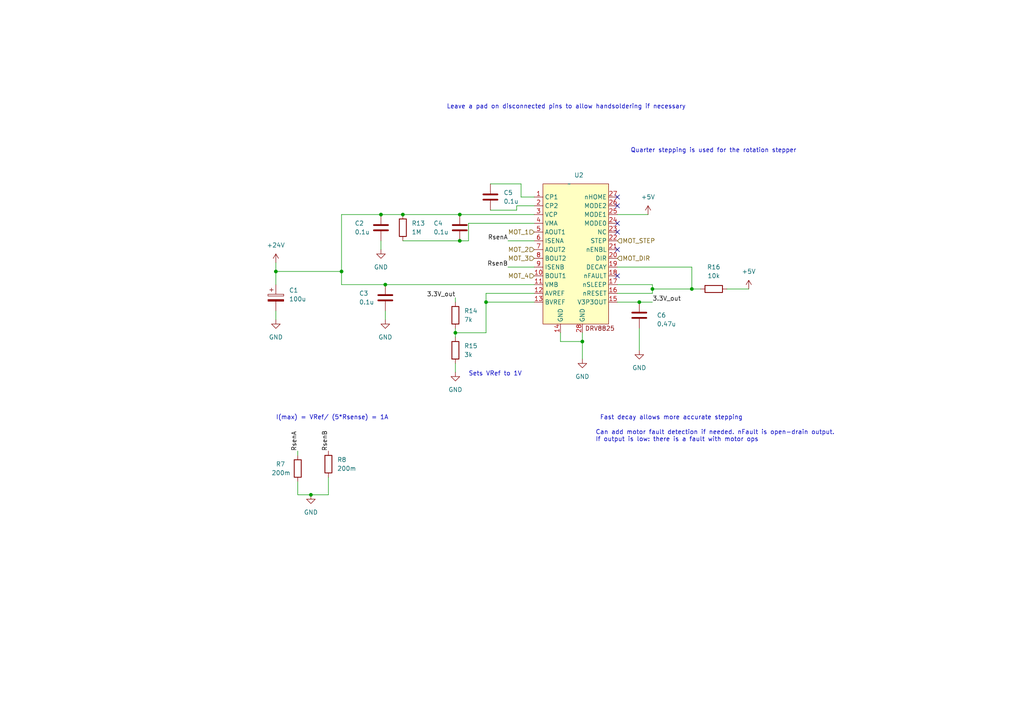
<source format=kicad_sch>
(kicad_sch (version 20230121) (generator eeschema)
  (paper "A4")
  (lib_symbols
    (symbol "DRV8825PWP:DRV8825"
      (property "Reference" "U" (at 0 1.27 0))
      (symbol "DRV8825_1_1"
        (rectangle (start -7.62 0) (end 11.43 -40.64) (fill (type background)))
        (text "DRV8825\n" (at 8.89 -41.91 0) (effects (font (size 1.27 1.27))))
        (pin passive line (at -10.16 -3.81 0) (length 2.54) (name "CP1") (number "1"))
        (pin passive line (at -10.16 -26.67 0) (length 2.54) (name "BOUT1") (number "10"))
        (pin passive line (at -10.16 -29.21 0) (length 2.54) (name "VMB") (number "11"))
        (pin passive line (at -10.16 -31.75 0) (length 2.54) (name "AVREF") (number "12"))
        (pin passive line (at -10.16 -34.29 0) (length 2.54) (name "BVREF") (number "13"))
        (pin power_in line (at -2.54 -43.18 90) (length 2.54) (name "GND") (number "14"))
        (pin power_out line (at 13.97 -34.29 180) (length 2.54) (name "V3P3OUT") (number "15"))
        (pin passive line (at 13.97 -31.75 180) (length 2.54) (name "nRESET") (number "16"))
        (pin passive line (at 13.97 -29.21 180) (length 2.54) (name "nSLEEP") (number "17"))
        (pin passive line (at 13.97 -26.67 180) (length 2.54) (name "nFAULT") (number "18"))
        (pin passive line (at 13.97 -24.13 180) (length 2.54) (name "DECAY") (number "19"))
        (pin passive line (at -10.16 -6.35 0) (length 2.54) (name "CP2") (number "2"))
        (pin passive line (at 13.97 -21.59 180) (length 2.54) (name "DIR") (number "20"))
        (pin passive line (at 13.97 -19.05 180) (length 2.54) (name "nENBL") (number "21"))
        (pin passive line (at 13.97 -16.51 180) (length 2.54) (name "STEP") (number "22"))
        (pin passive line (at 13.97 -13.97 180) (length 2.54) (name "NC") (number "23"))
        (pin passive line (at 13.97 -11.43 180) (length 2.54) (name "MODE0") (number "24"))
        (pin passive line (at 13.97 -8.89 180) (length 2.54) (name "MODE1") (number "25"))
        (pin passive line (at 13.97 -6.35 180) (length 2.54) (name "MODE2") (number "26"))
        (pin passive line (at 13.97 -3.81 180) (length 2.54) (name "nHOME") (number "27"))
        (pin power_in line (at 3.81 -43.18 90) (length 2.54) (name "GND") (number "28"))
        (pin passive line (at -10.16 -8.89 0) (length 2.54) (name "VCP") (number "3"))
        (pin passive line (at -10.16 -11.43 0) (length 2.54) (name "VMA") (number "4"))
        (pin passive line (at -10.16 -13.97 0) (length 2.54) (name "AOUT1") (number "5"))
        (pin passive line (at -10.16 -16.51 0) (length 2.54) (name "ISENA") (number "6"))
        (pin passive line (at -10.16 -19.05 0) (length 2.54) (name "AOUT2") (number "7"))
        (pin passive line (at -10.16 -21.59 0) (length 2.54) (name "BOUT2") (number "8"))
        (pin passive line (at -10.16 -24.13 0) (length 2.54) (name "ISENB") (number "9"))
      )
    )
    (symbol "Device:C" (pin_numbers hide) (pin_names (offset 0.254))
      (property "Reference" "C" (at 0.635 2.54 0))
      (property "Value" "C" (at 0.635 -2.54 0))
      (symbol "C_0_1"
        (polyline (pts (xy -2.032 -0.762) (xy 2.032 -0.762)) (stroke (width 0.508)))
        (polyline (pts (xy -2.032 0.762) (xy 2.032 0.762)) (stroke (width 0.508)))
      )
      (symbol "C_1_1"
        (pin passive line (at 0 3.81 270) (length 2.794) (name "~") (number "1"))
        (pin passive line (at 0 -3.81 90) (length 2.794) (name "~") (number "2"))
      )
    )
    (symbol "Device:C_Polarized" (pin_numbers hide) (pin_names (offset 0.254))
      (property "Reference" "C" (at 0.635 2.54 0))
      (property "Value" "C_Polarized" (at 0.635 -2.54 0))
      (symbol "C_Polarized_0_1"
        (rectangle (start -2.286 0.508) (end 2.286 1.016))
        (polyline (pts (xy -1.778 2.286) (xy -0.762 2.286)))
        (polyline (pts (xy -1.27 2.794) (xy -1.27 1.778)))
        (rectangle (start 2.286 -0.508) (end -2.286 -1.016) (fill (type outline)))
      )
      (symbol "C_Polarized_1_1"
        (pin passive line (at 0 3.81 270) (length 2.794) (name "~") (number "1"))
        (pin passive line (at 0 -3.81 90) (length 2.794) (name "~") (number "2"))
      )
    )
    (symbol "Device:R" (pin_numbers hide) (pin_names (offset 0))
      (property "Reference" "R" (at 2.032 0 90))
      (property "Value" "R" (at 0 0 90))
      (symbol "R_0_1"
        (rectangle (start -1.016 -2.54) (end 1.016 2.54) (stroke (width 0.254)))
      )
      (symbol "R_1_1"
        (pin passive line (at 0 3.81 270) (length 1.27) (name "~") (number "1"))
        (pin passive line (at 0 -3.81 90) (length 1.27) (name "~") (number "2"))
      )
    )
    (symbol "power:+24V" (power) (pin_names (offset 0))
      (property "Value" "+24V" (at 0 3.556 0))
      (symbol "+24V_0_1"
        (polyline (pts (xy -0.762 1.27) (xy 0 2.54)))
        (polyline (pts (xy 0 0) (xy 0 2.54)))
        (polyline (pts (xy 0 2.54) (xy 0.762 1.27)))
      )
      (symbol "+24V_1_1"
        (pin power_in line (at 0 0 90) (length 0) hide (name "+24V") (number "1"))
      )
    )
    (symbol "power:+5V" (power) (pin_names (offset 0))
      (property "Value" "+5V" (at 0 3.556 0))
      (symbol "+5V_0_1"
        (polyline (pts (xy -0.762 1.27) (xy 0 2.54)))
        (polyline (pts (xy 0 0) (xy 0 2.54)))
        (polyline (pts (xy 0 2.54) (xy 0.762 1.27)))
      )
      (symbol "+5V_1_1"
        (pin power_in line (at 0 0 90) (length 0) hide (name "+5V") (number "1"))
      )
    )
    (symbol "power:GND" (power) (pin_names (offset 0))
      (property "Value" "GND" (at 0 -3.81 0))
      (symbol "GND_0_1"
        (polyline (pts (xy 0 0) (xy 0 -1.27) (xy 1.27 -1.27) (xy 0 -2.54) (xy -1.27 -1.27) (xy 0 -1.27)))
      )
      (symbol "GND_1_1"
        (pin power_in line (at 0 0 270) (length 0) hide (name "GND") (number "1"))
      )
    )
  )
  (junction (at 140.97 87.63))
  (junction (at 99.06 78.74))
  (junction (at 189.23 83.82))
  (junction (at 80.01 78.74))
  (junction (at 90.17 143.51))
  (junction (at 116.84 62.23))
  (junction (at 133.35 69.85))
  (junction (at 110.49 62.23))
  (junction (at 132.08 96.52))
  (junction (at 111.76 82.55))
  (junction (at 200.66 83.82))
  (junction (at 133.35 62.23))
  (junction (at 168.91 99.06))
  (junction (at 185.42 87.63))
  (no_connect (at 179.07 59.69))
  (no_connect (at 179.07 80.01))
  (no_connect (at 179.07 64.77))
  (no_connect (at 179.07 72.39))
  (no_connect (at 179.07 67.31))
  (no_connect (at 179.07 57.15))
  (wire (pts (xy 111.76 82.55) (xy 154.94 82.55)))
  (wire (pts (xy 185.42 87.63) (xy 189.23 87.63)))
  (wire (pts (xy 140.97 87.63) (xy 140.97 96.52)))
  (wire (pts (xy 132.08 105.41) (xy 132.08 107.95)))
  (wire (pts (xy 140.97 96.52) (xy 132.08 96.52)))
  (wire (pts (xy 111.76 90.17) (xy 111.76 92.71)))
  (wire (pts (xy 189.23 83.82) (xy 189.23 85.09)))
  (wire (pts (xy 99.06 78.74) (xy 99.06 62.23)))
  (wire (pts (xy 149.86 59.69) (xy 154.94 59.69)))
  (wire (pts (xy 168.91 99.06) (xy 168.91 104.14)))
  (wire (pts (xy 147.32 77.47) (xy 154.94 77.47)))
  (wire (pts (xy 200.66 83.82) (xy 200.66 77.47)))
  (wire (pts (xy 110.49 69.85) (xy 110.49 72.39)))
  (wire (pts (xy 80.01 78.74) (xy 99.06 78.74)))
  (wire (pts (xy 179.07 87.63) (xy 185.42 87.63)))
  (wire (pts (xy 200.66 77.47) (xy 179.07 77.47)))
  (wire (pts (xy 132.08 95.25) (xy 132.08 96.52)))
  (wire (pts (xy 133.35 69.85) (xy 135.89 69.85)))
  (wire (pts (xy 151.13 57.15) (xy 151.13 53.34)))
  (wire (pts (xy 111.76 82.55) (xy 99.06 82.55)))
  (wire (pts (xy 162.56 96.52) (xy 162.56 99.06)))
  (wire (pts (xy 154.94 85.09) (xy 140.97 85.09)))
  (wire (pts (xy 133.35 62.23) (xy 154.94 62.23)))
  (wire (pts (xy 185.42 101.6) (xy 185.42 95.25)))
  (wire (pts (xy 200.66 83.82) (xy 203.2 83.82)))
  (wire (pts (xy 95.25 143.51) (xy 90.17 143.51)))
  (wire (pts (xy 179.07 62.23) (xy 187.96 62.23)))
  (wire (pts (xy 135.89 69.85) (xy 135.89 64.77)))
  (wire (pts (xy 154.94 57.15) (xy 151.13 57.15)))
  (wire (pts (xy 162.56 99.06) (xy 168.91 99.06)))
  (wire (pts (xy 132.08 86.36) (xy 132.08 87.63)))
  (wire (pts (xy 142.24 60.96) (xy 149.86 60.96)))
  (wire (pts (xy 86.36 132.08) (xy 86.36 130.81)))
  (wire (pts (xy 140.97 87.63) (xy 154.94 87.63)))
  (wire (pts (xy 179.07 82.55) (xy 189.23 82.55)))
  (wire (pts (xy 95.25 138.43) (xy 95.25 143.51)))
  (wire (pts (xy 189.23 82.55) (xy 189.23 83.82)))
  (wire (pts (xy 110.49 62.23) (xy 116.84 62.23)))
  (wire (pts (xy 140.97 85.09) (xy 140.97 87.63)))
  (wire (pts (xy 86.36 139.7) (xy 86.36 143.51)))
  (wire (pts (xy 147.32 69.85) (xy 154.94 69.85)))
  (wire (pts (xy 86.36 143.51) (xy 90.17 143.51)))
  (wire (pts (xy 151.13 53.34) (xy 142.24 53.34)))
  (wire (pts (xy 80.01 76.2) (xy 80.01 78.74)))
  (wire (pts (xy 149.86 60.96) (xy 149.86 59.69)))
  (wire (pts (xy 80.01 78.74) (xy 80.01 82.55)))
  (wire (pts (xy 168.91 96.52) (xy 168.91 99.06)))
  (wire (pts (xy 179.07 85.09) (xy 189.23 85.09)))
  (wire (pts (xy 116.84 62.23) (xy 133.35 62.23)))
  (wire (pts (xy 80.01 90.17) (xy 80.01 92.71)))
  (wire (pts (xy 132.08 96.52) (xy 132.08 97.79)))
  (wire (pts (xy 99.06 82.55) (xy 99.06 78.74)))
  (wire (pts (xy 135.89 64.77) (xy 154.94 64.77)))
  (wire (pts (xy 116.84 69.85) (xy 133.35 69.85)))
  (wire (pts (xy 99.06 62.23) (xy 110.49 62.23)))
  (wire (pts (xy 189.23 83.82) (xy 200.66 83.82)))
  (wire (pts (xy 210.82 83.82) (xy 217.17 83.82)))
  (text "Leave a pad on disconnected pins to allow handsoldering if necessary\n" (at 129.54 31.75 0) (effects (font (size 1.27 1.27)) (justify left bottom)))
  (text "Sets VRef to 1V" (at 135.89 109.22 0) (effects (font (size 1.27 1.27)) (justify left bottom)))
  (text "Fast decay allows more accurate stepping" (at 173.99 121.92 0) (effects (font (size 1.27 1.27)) (justify left bottom)))
  (text "Can add motor fault detection if needed. nFault is open-drain output.\nIf output is low: there is a fault with motor ops" (at 172.72 128.27 0) (effects (font (size 1.27 1.27)) (justify left bottom)))
  (text "Quarter stepping is used for the rotation stepper\n" (at 182.88 44.45 0) (effects (font (size 1.27 1.27)) (justify left bottom)))
  (text "I(max) = VRef/ (5*Rsense) = 1A" (at 80.01 121.92 0) (effects (font (size 1.27 1.27)) (justify left bottom)))
  (label "3.3V_out" (at 189.23 87.63 0))
  (label "RsenB" (at 147.32 77.47 180))
  (label "RsenA" (at 147.32 69.85 180))
  (label "RsenA" (at 86.36 130.81 90))
  (label "RsenB" (at 95.25 130.81 90))
  (label "3.3V_out" (at 132.08 86.36 180))
  (hierarchical_label "MOT_3" (shape input) (at 154.94 74.93 180))
  (hierarchical_label "MOT_DIR" (shape input) (at 179.07 74.93 0))
  (hierarchical_label "MOT_1" (shape input) (at 154.94 67.31 180))
  (hierarchical_label "MOT_4" (shape input) (at 154.94 80.01 180))
  (hierarchical_label "MOT_2" (shape input) (at 154.94 72.39 180))
  (hierarchical_label "MOT_STEP" (shape input) (at 179.07 69.85 0))
  (symbol (lib_id "DRV8825PWP:DRV8825") (at 165.1 53.34 0) (unit 1)
    (property "Reference" "U2" (at 167.9072 50.8 0))
    (property "Value" "~" (at 165.1 53.34 0))
    (property "Footprint" "project_footprints:IC_TPS61196PWPRQ1" (effects hide))
    (instances (project "river_sampler" (path "" (reference "U2") (unit 1)) (path "" (reference "U5") (unit 1))))
  )
  (symbol (lib_id "Device:C") (at 133.35 66.04 0) (unit 1)
    (property "Reference" "C4" (at 125.73 64.77 0) (effects (justify left)))
    (property "Value" "0.1u" (at 125.73 67.31 0) (effects (justify left)))
    (property "Footprint" "Capacitor_SMD:C_0402_1005Metric" (effects hide))
    (instances (project "river_sampler" (path "" (reference "C4") (unit 1)) (path "" (reference "C21") (unit 1))))
  )
  (symbol (lib_id "power:+5V") (at 217.17 83.82 0) (unit 1)
    (property "Reference" "#PWR019" (effects hide))
    (property "Value" "+5V" (at 217.17 78.74 0))
    (instances (project "river_sampler" (path "" (reference "#PWR019") (unit 1)) (path "" (reference "#PWR039") (unit 1))))
  )
  (symbol (lib_id "power:GND") (at 111.76 92.71 0) (unit 1)
    (property "Reference" "#PWR06" (effects hide))
    (property "Value" "GND" (at 111.76 97.79 0))
    (instances (project "river_sampler" (path "" (reference "#PWR06") (unit 1)) (path "" (reference "#PWR033") (unit 1))))
  )
  (symbol (lib_id "power:GND") (at 110.49 72.39 0) (unit 1)
    (property "Reference" "#PWR05" (effects hide))
    (property "Value" "GND" (at 110.49 77.47 0))
    (instances (project "river_sampler" (path "" (reference "#PWR05") (unit 1)) (path "" (reference "#PWR032") (unit 1))))
  )
  (symbol (lib_id "power:GND") (at 132.08 107.95 0) (unit 1)
    (property "Reference" "#PWR08" (effects hide))
    (property "Value" "GND" (at 132.08 113.03 0))
    (instances (project "river_sampler" (path "" (reference "#PWR08") (unit 1)) (path "" (reference "#PWR035") (unit 1))))
  )
  (symbol (lib_id "Device:C") (at 185.42 91.44 0) (unit 1)
    (property "Reference" "C6" (at 190.5 91.44 0) (effects (justify left)))
    (property "Value" "0.47u" (at 190.5 93.98 0) (effects (justify left)))
    (property "Footprint" "Capacitor_SMD:C_1206_3216Metric" (effects hide))
    (instances (project "river_sampler" (path "" (reference "C6") (unit 1)) (path "" (reference "C23") (unit 1))))
  )
  (symbol (lib_id "Device:R") (at 132.08 101.6 0) (unit 1)
    (property "Reference" "R15" (at 134.62 100.33 0) (effects (justify left)))
    (property "Value" "3k" (at 134.62 102.87 0) (effects (justify left)))
    (property "Footprint" "Resistor_SMD:R_1206_3216Metric" (effects hide))
    (instances (project "river_sampler" (path "" (reference "R15") (unit 1)) (path "" (reference "R24") (unit 1))))
  )
  (symbol (lib_id "Device:R") (at 116.84 66.04 0) (unit 1)
    (property "Reference" "R13" (at 119.38 64.77 0) (effects (justify left)))
    (property "Value" "1M" (at 119.38 67.31 0) (effects (justify left)))
    (property "Footprint" "Resistor_SMD:R_1218_3246Metric" (effects hide))
    (instances (project "river_sampler" (path "" (reference "R13") (unit 1)) (path "" (reference "R22") (unit 1))))
  )
  (symbol (lib_id "power:GND") (at 80.01 92.71 0) (unit 1)
    (property "Reference" "#PWR02" (effects hide))
    (property "Value" "GND" (at 80.01 97.79 0))
    (instances (project "river_sampler" (path "" (reference "#PWR02") (unit 1)) (path "" (reference "#PWR030") (unit 1))))
  )
  (symbol (lib_id "Device:R") (at 95.25 134.62 180) (unit 1)
    (property "Reference" "R8" (at 97.79 133.35 0) (effects (justify right)))
    (property "Value" "200m" (at 97.79 135.89 0) (effects (justify right)))
    (property "Footprint" "Resistor_SMD:R_1206_3216Metric" (effects hide))
    (instances (project "river_sampler" (path "" (reference "R8") (unit 1)) (path "" (reference "R18") (unit 1))))
  )
  (symbol (lib_id "Device:C") (at 142.24 57.15 0) (unit 1)
    (property "Reference" "C5" (at 146.05 55.88 0) (effects (justify left)))
    (property "Value" "0.1u" (at 146.05 58.42 0) (effects (justify left)))
    (property "Footprint" "Capacitor_SMD:C_0402_1005Metric" (effects hide))
    (instances (project "river_sampler" (path "" (reference "C5") (unit 1)) (path "" (reference "C22") (unit 1))))
  )
  (symbol (lib_id "power:+24V") (at 80.01 76.2 0) (unit 1)
    (property "Reference" "#PWR01" (effects hide))
    (property "Value" "+24V" (at 80.01 71.12 0))
    (instances (project "river_sampler" (path "" (reference "#PWR01") (unit 1)) (path "" (reference "#PWR020") (unit 1))))
  )
  (symbol (lib_id "power:GND") (at 185.42 101.6 0) (unit 1)
    (property "Reference" "#PWR012" (effects hide))
    (property "Value" "GND" (at 185.42 106.68 0))
    (instances (project "river_sampler" (path "" (reference "#PWR012") (unit 1)) (path "" (reference "#PWR037") (unit 1))))
  )
  (symbol (lib_id "power:GND") (at 168.91 104.14 0) (unit 1)
    (property "Reference" "#PWR09" (effects hide))
    (property "Value" "GND" (at 168.91 109.22 0))
    (instances (project "river_sampler" (path "" (reference "#PWR09") (unit 1)) (path "" (reference "#PWR036") (unit 1))))
  )
  (symbol (lib_id "power:+5V") (at 187.96 62.23 0) (unit 1)
    (property "Reference" "#PWR016" (effects hide))
    (property "Value" "+5V" (at 187.96 57.15 0))
    (instances (project "river_sampler" (path "" (reference "#PWR016") (unit 1)) (path "" (reference "#PWR038") (unit 1))))
  )
  (symbol (lib_id "power:GND") (at 90.17 143.51 0) (unit 1)
    (property "Reference" "#PWR04" (effects hide))
    (property "Value" "GND" (at 90.17 148.59 0))
    (instances (project "river_sampler" (path "" (reference "#PWR04") (unit 1)) (path "" (reference "#PWR031") (unit 1))))
  )
  (symbol (lib_id "Device:C") (at 110.49 66.04 0) (unit 1)
    (property "Reference" "C2" (at 102.87 64.77 0) (effects (justify left)))
    (property "Value" "0.1u" (at 102.87 67.31 0) (effects (justify left)))
    (property "Footprint" "Capacitor_SMD:C_0402_1005Metric" (effects hide))
    (instances (project "river_sampler" (path "" (reference "C2") (unit 1)) (path "" (reference "C8") (unit 1))))
  )
  (symbol (lib_id "Device:R") (at 86.36 135.89 180) (unit 1)
    (property "Reference" "R7" (at 80.01 134.62 0) (effects (justify right)))
    (property "Value" "200m" (at 78.74 137.16 0) (effects (justify right)))
    (property "Footprint" "Resistor_SMD:R_1206_3216Metric" (effects hide))
    (instances (project "river_sampler" (path "" (reference "R7") (unit 1)) (path "" (reference "R17") (unit 1))))
  )
  (symbol (lib_id "Device:R") (at 132.08 91.44 0) (unit 1)
    (property "Reference" "R14" (at 134.62 90.17 0) (effects (justify left)))
    (property "Value" "7k" (at 134.62 92.71 0) (effects (justify left)))
    (property "Footprint" "Resistor_SMD:R_1206_3216Metric" (effects hide))
    (instances (project "river_sampler" (path "" (reference "R14") (unit 1)) (path "" (reference "R23") (unit 1))))
  )
  (symbol (lib_id "Device:C") (at 111.76 86.36 0) (unit 1)
    (property "Reference" "C3" (at 104.14 85.09 0) (effects (justify left)))
    (property "Value" "0.1u" (at 104.14 87.63 0) (effects (justify left)))
    (property "Footprint" "Capacitor_SMD:C_0402_1005Metric" (effects hide))
    (instances (project "river_sampler" (path "" (reference "C3") (unit 1)) (path "" (reference "C20") (unit 1))))
  )
  (symbol (lib_id "Device:C_Polarized") (at 80.01 86.36 0) (unit 1)
    (property "Reference" "C1" (at 83.82 84.201 0) (effects (justify left)))
    (property "Value" "100u" (at 83.82 86.741 0) (effects (justify left)))
    (property "Footprint" "Capacitor_SMD:CP_Elec_8x10" (effects hide))
    (instances (project "river_sampler" (path "" (reference "C1") (unit 1)) (path "" (reference "C7") (unit 1))))
  )
  (symbol (lib_id "Device:R") (at 207.01 83.82 90) (unit 1)
    (property "Reference" "R16" (at 207.01 77.47 90))
    (property "Value" "10k" (at 207.01 80.01 90))
    (property "Footprint" "Resistor_SMD:R_1206_3216Metric" (effects hide))
    (instances (project "river_sampler" (path "" (reference "R16") (unit 1)) (path "" (reference "R25") (unit 1))))
  )
)
</source>
